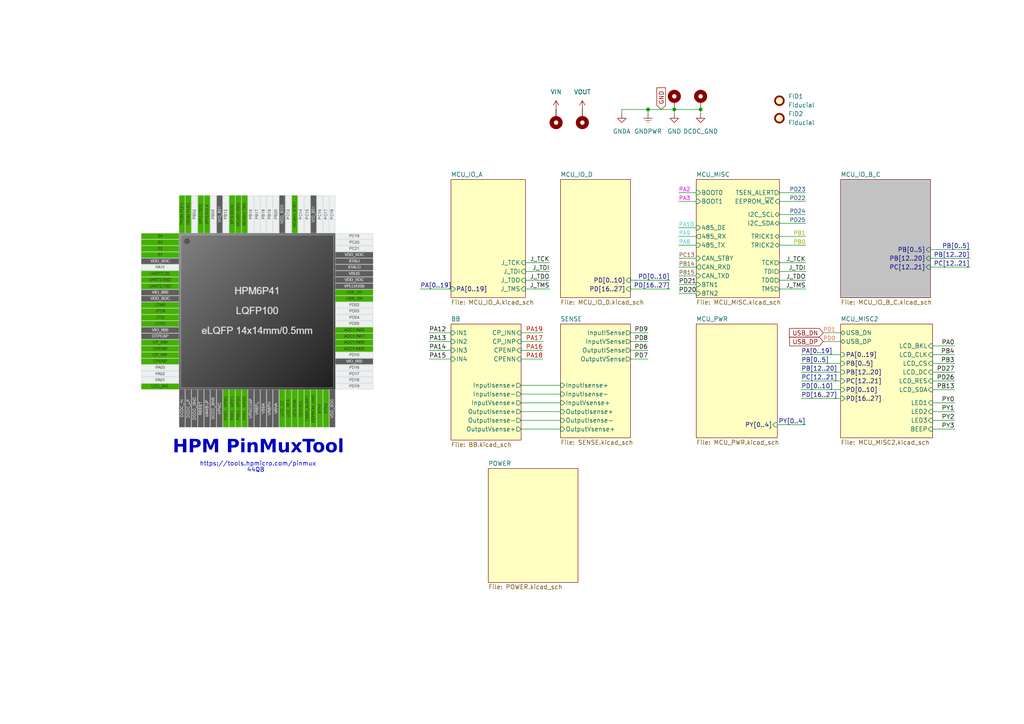
<source format=kicad_sch>
(kicad_sch (version 20250114) (generator "eeschema") (generator_version "9.0")
  (paper "A4")
  (title_block (title "HPM6P41_BuckBoost") (date "2025-05-05") (rev "4") (company "Author: Alipay"))
  (lib_symbols
    (symbol "Mechanical:Fiducial" (in_bom no)
      (property "Reference" "FID" (at 0 5.08 0))
      (property "Value" "Fiducial" (at 0 3.175 0))
      (symbol "Fiducial_0_1"
        (circle (center 0 0) (radius 1.27) (stroke (width 0.508)) (fill (type background)))
      )
    )
    (symbol "Mechanical:MountingHole_Pad" (pin_numbers (hide yes)) (pin_names (offset 1.016) (hide yes)) (in_bom no)
      (property "Reference" "H" (at 0 6.35 0))
      (property "Value" "MountingHole_Pad" (at 0 4.445 0))
      (symbol "MountingHole_Pad_0_1"
        (circle (center 0 1.27) (radius 1.27) (stroke (width 1.27)))
      )
      (symbol "MountingHole_Pad_1_1"
        (pin input line (at 0 -2.54 90) (length 2.54) (name "1") (number "1"))
      )
    )
    (symbol "power:GND" (power) (pin_numbers (hide yes)) (pin_names (offset 0) (hide yes))
      (property "Value" "GND" (at 0 -3.81 0))
      (symbol "GND_0_1"
        (polyline (pts (xy 0 0) (xy 0 -1.27) (xy 1.27 -1.27) (xy 0 -2.54) (xy -1.27 -1.27) (xy 0 -1.27)))
      )
      (symbol "GND_1_1"
        (pin power_in line (at 0 0 270) (length 0) (name "~") (number "1"))
      )
    )
    (symbol "power:GNDREF" (power) (pin_numbers (hide yes)) (pin_names (offset 0) (hide yes))
      (property "Value" "GNDREF" (at 0 -3.81 0))
      (symbol "GNDREF_0_1"
        (polyline (pts (xy -0.635 -1.905) (xy 0.635 -1.905)))
        (polyline (pts (xy -0.127 -2.54) (xy 0.127 -2.54)))
        (polyline (pts (xy 0 -1.27) (xy 0 0)))
        (polyline (pts (xy 1.27 -1.27) (xy -1.27 -1.27)))
      )
      (symbol "GNDREF_1_1"
        (pin power_in line (at 0 0 270) (length 0) (name "~") (number "1"))
      )
    )
    (symbol "power:VBUS" (power) (pin_numbers (hide yes)) (pin_names (offset 0) (hide yes))
      (property "Value" "VBUS" (at 0 3.556 0))
      (symbol "VBUS_0_1"
        (polyline (pts (xy -0.762 1.27) (xy 0 2.54)))
        (polyline (pts (xy 0 2.54) (xy 0.762 1.27)))
        (polyline (pts (xy 0 0) (xy 0 2.54)))
      )
      (symbol "VBUS_1_1"
        (pin power_in line (at 0 0 90) (length 0) (name "~") (number "1"))
      )
    )
  )
  (text "44QB" (at 74.168 136.398 0) (effects (font (size 1.27 1.27))))
  (text "https://tools.hpmicro.com/pinmux" (at 74.803 134.62 0) (effects (font (size 1.27 1.27))))
  (text "HPM PinMuxTool" (at 74.93 130.81 0) (effects (font (size 3.81 3.81))))
  (junction (at 195.58 31.75))
  (junction (at 187.96 31.75))
  (junction (at 203.2 31.75))
  (wire (pts (xy 124.46 104.14) (xy 130.81 104.14)))
  (wire (pts (xy 243.84 99.06) (xy 238.76 99.06)))
  (wire (pts (xy 226.06 64.77) (xy 233.68 64.77)))
  (wire (pts (xy 195.58 33.02) (xy 195.58 31.75)))
  (wire (pts (xy 243.84 113.03) (xy 232.41 113.03)))
  (wire (pts (xy 201.93 80.01) (xy 196.85 80.01)))
  (wire (pts (xy 196.85 85.09) (xy 201.93 85.09)))
  (wire (pts (xy 124.46 96.52) (xy 130.81 96.52)))
  (wire (pts (xy 182.88 101.6) (xy 187.96 101.6)))
  (wire (pts (xy 270.51 124.46) (xy 276.86 124.46)))
  (wire (pts (xy 201.93 66.04) (xy 196.85 66.04)))
  (wire (pts (xy 182.88 83.82) (xy 194.31 83.82)))
  (wire (pts (xy 233.68 68.58) (xy 226.06 68.58)))
  (wire (pts (xy 151.13 114.3) (xy 162.56 114.3)))
  (wire (pts (xy 270.51 116.84) (xy 276.86 116.84)))
  (wire (pts (xy 226.06 58.42) (xy 233.68 58.42)))
  (wire (pts (xy 233.68 71.12) (xy 226.06 71.12)))
  (wire (pts (xy 232.41 102.87) (xy 243.84 102.87)))
  (wire (pts (xy 232.41 105.41) (xy 243.84 105.41)))
  (wire (pts (xy 270.51 100.33) (xy 276.86 100.33)))
  (wire (pts (xy 151.13 121.92) (xy 162.56 121.92)))
  (wire (pts (xy 157.48 99.06) (xy 151.13 99.06)))
  (wire (pts (xy 159.385 78.74) (xy 152.4 78.74)))
  (wire (pts (xy 157.48 96.52) (xy 151.13 96.52)))
  (wire (pts (xy 270.51 119.38) (xy 276.86 119.38)))
  (wire (pts (xy 151.13 116.84) (xy 162.56 116.84)))
  (wire (pts (xy 159.385 81.28) (xy 152.4 81.28)))
  (wire (pts (xy 281.305 74.93) (xy 269.875 74.93)))
  (wire (pts (xy 159.385 83.82) (xy 152.4 83.82)))
  (wire (pts (xy 201.93 55.88) (xy 196.85 55.88)))
  (wire (pts (xy 182.88 99.06) (xy 187.96 99.06)))
  (wire (pts (xy 187.96 33.02) (xy 187.96 31.75)))
  (wire (pts (xy 270.51 121.92) (xy 276.86 121.92)))
  (wire (pts (xy 276.86 105.41) (xy 270.51 105.41)))
  (wire (pts (xy 121.92 83.82) (xy 130.81 83.82)))
  (wire (pts (xy 203.2 31.75) (xy 203.2 33.02)))
  (wire (pts (xy 201.93 58.42) (xy 196.85 58.42)))
  (wire (pts (xy 157.48 101.6) (xy 151.13 101.6)))
  (wire (pts (xy 182.88 104.14) (xy 187.96 104.14)))
  (wire (pts (xy 182.88 96.52) (xy 187.96 96.52)))
  (wire (pts (xy 201.93 74.93) (xy 196.85 74.93)))
  (wire (pts (xy 182.88 81.28) (xy 194.31 81.28)))
  (wire (pts (xy 159.385 76.2) (xy 152.4 76.2)))
  (wire (pts (xy 233.68 123.19) (xy 225.425 123.19)))
  (wire (pts (xy 270.51 107.95) (xy 276.86 107.95)))
  (wire (pts (xy 281.305 77.47) (xy 269.875 77.47)))
  (wire (pts (xy 201.93 77.47) (xy 196.85 77.47)))
  (wire (pts (xy 233.68 81.28) (xy 226.06 81.28)))
  (wire (pts (xy 233.68 62.23) (xy 226.06 62.23)))
  (wire (pts (xy 180.34 33.02) (xy 180.34 31.75)))
  (wire (pts (xy 151.13 124.46) (xy 162.56 124.46)))
  (wire (pts (xy 124.46 101.6) (xy 130.81 101.6)))
  (wire (pts (xy 151.13 111.76) (xy 162.56 111.76)))
  (wire (pts (xy 201.93 71.12) (xy 196.85 71.12)))
  (wire (pts (xy 233.68 83.82) (xy 226.06 83.82)))
  (wire (pts (xy 196.85 82.55) (xy 201.93 82.55)))
  (wire (pts (xy 276.86 102.87) (xy 270.51 102.87)))
  (wire (pts (xy 232.41 107.95) (xy 243.84 107.95)))
  (wire (pts (xy 270.51 110.49) (xy 276.86 110.49)))
  (wire (pts (xy 187.96 31.75) (xy 195.58 31.75)))
  (wire (pts (xy 232.41 110.49) (xy 243.84 110.49)))
  (wire (pts (xy 201.93 68.58) (xy 196.85 68.58)))
  (wire (pts (xy 226.06 55.88) (xy 233.68 55.88)))
  (wire (pts (xy 157.48 104.14) (xy 151.13 104.14)))
  (wire (pts (xy 270.51 113.03) (xy 276.86 113.03)))
  (wire (pts (xy 233.68 78.74) (xy 226.06 78.74)))
  (wire (pts (xy 151.13 119.38) (xy 162.56 119.38)))
  (wire (pts (xy 180.34 31.75) (xy 187.96 31.75)))
  (wire (pts (xy 195.58 31.75) (xy 203.2 31.75)))
  (wire (pts (xy 124.46 99.06) (xy 130.81 99.06)))
  (wire (pts (xy 233.68 76.2) (xy 226.06 76.2)))
  (wire (pts (xy 243.84 115.57) (xy 232.41 115.57)))
  (wire (pts (xy 243.84 96.52) (xy 238.76 96.52)))
  (wire (pts (xy 281.305 72.39) (xy 269.875 72.39)))
  (image (at 75.565 90.805))
  (label "PA10" (at 196.85 66.04 0) (effects (font (size 1.15 1.15))))
  (label "PB13" (at 276.86 113.03 180))
  (label "J_TDO" (at 159.385 81.28 180))
  (label "PD21" (at 196.85 82.55 0))
  (label "PD[0..10]" (at 194.31 81.28 180))
  (label "PB[0..5]" (at 232.41 105.41 0))
  (label "PA16" (at 157.48 101.6 180))
  (label "PA8" (at 196.85 71.12 0) (effects (font (size 1.15 1.15))))
  (label "PD26" (at 276.86 110.49 180))
  (label "PD22" (at 233.68 58.42 180) (effects (font (size 1.15 1.15))))
  (label "PD1" (at 238.76 96.52 0) (effects (font (size 1.15 1.15))))
  (label "PD8" (at 187.96 99.06 180))
  (label "PD24" (at 233.68 62.23 180) (effects (font (size 1.15 1.15))))
  (label "PC13" (at 196.85 74.93 0) (effects (font (size 1.15 1.15))))
  (label "J_TCK" (at 159.385 76.2 180))
  (label "PA3" (at 196.85 58.42 0) (effects (font (size 1.15 1.15))))
  (label "PD0" (at 238.76 99.06 0) (effects (font (size 1.15 1.15))))
  (label "PB[12..20]" (at 281.305 74.93 180))
  (label "PA13" (at 124.46 99.06 0))
  (label "PD6" (at 187.96 101.6 180))
  (label "PA12" (at 124.46 96.52 0))
  (label "PD27" (at 276.86 107.95 180))
  (label "PD[16..27]" (at 194.31 83.82 180))
  (label "PA17" (at 157.48 99.06 180))
  (label "PY0" (at 276.86 116.84 180))
  (label "J_TMS" (at 233.68 83.82 180))
  (label "PA15" (at 124.46 104.14 0))
  (label "J_TDI" (at 159.385 78.74 180))
  (label "PC[12..21]" (at 281.305 77.47 180))
  (label "PA[0..19]" (at 232.41 102.87 0))
  (label "PB0" (at 233.68 71.12 180) (effects (font (size 1.15 1.15))))
  (label "PA19" (at 157.48 96.52 180))
  (label "PB[12..20]" (at 232.41 107.95 0))
  (label "PY3" (at 276.86 124.46 180))
  (label "J_TDI" (at 233.68 78.74 180))
  (label "PD20" (at 196.85 85.09 0))
  (label "PY2" (at 276.86 121.92 180))
  (label "PB3" (at 276.86 105.41 180))
  (label "PB15" (at 196.85 80.01 0) (effects (font (size 1.15 1.15))))
  (label "PD[0..10]" (at 232.41 113.03 0))
  (label "PD7" (at 187.96 104.14 180))
  (label "PA9" (at 196.85 68.58 0) (effects (font (size 1.15 1.15))))
  (label "PA18" (at 157.48 104.14 180))
  (label "PB[0..5]" (at 281.305 72.39 180))
  (label "PA[0..19]" (at 121.92 83.82 0))
  (label "J_TCK" (at 233.68 76.2 180))
  (label "PD9" (at 187.96 96.52 180))
  (label "PD25" (at 233.68 64.77 180) (effects (font (size 1.15 1.15))))
  (label "PY1" (at 276.86 119.38 180))
  (label "PA14" (at 124.46 101.6 0))
  (label "PB1" (at 233.68 68.58 180) (effects (font (size 1.15 1.15))))
  (label "J_TDO" (at 233.68 81.28 180))
  (label "PC[12..21]" (at 232.41 110.49 0))
  (label "PY[0..4]" (at 233.68 123.19 180))
  (label "PB4" (at 276.86 102.87 180))
  (label "PD[16..27]" (at 232.41 115.57 0))
  (label "J_TMS" (at 159.385 83.82 180))
  (label "PB14" (at 196.85 77.47 0) (effects (font (size 1.15 1.15))))
  (label "PA2" (at 196.85 55.88 0) (effects (font (size 1.15 1.15))))
  (label "PD23" (at 233.68 55.88 180) (effects (font (size 1.15 1.15))))
  (label "PA0" (at 276.86 100.33 180))
  (global_label "USB_DP" (shape input) (at 238.76 99.06 180) (property "Intersheetrefs" "${INTERSHEET_REFS}" (effects (hide yes))))
  (global_label "GND" (shape input) (at 191.77 31.75 90) (property "Intersheetrefs" "${INTERSHEET_REFS}" (effects (hide yes))))
  (global_label "USB_DN" (shape input) (at 238.76 96.52 180) (property "Intersheetrefs" "${INTERSHEET_REFS}" (effects (hide yes))))
  (symbol (lib_id "power:GND") (at 195.58 33.02 0) (unit 1)
    (property "Reference" "#PWR03" (effects (hide yes)))
    (property "Value" "GND" (at 195.58 38.1 0))
    (property "Description" "Power symbol creates a global label with name \"GND\" , ground" (effects (hide yes)))
  )
  (symbol (lib_id "Mechanical:MountingHole_Pad") (at 203.2 29.21 0) (unit 1) (in_bom no)
    (property "Reference" "H1" (effects (hide yes)))
    (property "Value" "MountingHole_Pad" (effects (hide yes)))
    (property "Footprint" "MountingHole:MountingHole_3.2mm_M3_Pad_Via" (effects (hide yes)))
    (property "Description" "Mounting Hole with connection" (effects (hide yes)))
  )
  (symbol (lib_id "power:GND") (at 180.34 33.02 0) (mirror y) (unit 1)
    (property "Reference" "#PWR01" (effects (hide yes)))
    (property "Value" "GNDA" (at 180.34 38.1 0))
    (property "Description" "Power symbol creates a global label with name \"GND\" , ground" (effects (hide yes)))
  )
  (symbol (lib_id "Mechanical:MountingHole_Pad") (at 168.91 34.29 180) (unit 1) (in_bom no)
    (property "Reference" "H3" (effects (hide yes)))
    (property "Value" "MountingHole_Pad" (effects (hide yes)))
    (property "Footprint" "MountingHole:MountingHole_3.2mm_M3_Pad_Via" (effects (hide yes)))
    (property "Description" "Mounting Hole with connection" (effects (hide yes)))
  )
  (symbol (lib_id "Mechanical:Fiducial") (at 226.06 34.29 0) (unit 1) (in_bom no)
    (property "Reference" "FID2" (at 228.6 33.0199 0) (effects (justify left)))
    (property "Value" "Fiducial" (at 228.6 35.5599 0) (effects (justify left)))
    (property "Footprint" "Fiducial:Fiducial_0.5mm_Mask1mm" (effects (hide yes)))
    (property "Description" "Fiducial Marker" (effects (hide yes)))
  )
  (symbol (lib_id "Mechanical:Fiducial") (at 226.06 29.21 0) (unit 1) (in_bom no)
    (property "Reference" "FID1" (at 228.6 27.9399 0) (effects (justify left)))
    (property "Value" "Fiducial" (at 228.6 30.4799 0) (effects (justify left)))
    (property "Footprint" "Fiducial:Fiducial_0.5mm_Mask1mm" (effects (hide yes)))
    (property "Description" "Fiducial Marker" (effects (hide yes)))
  )
  (symbol (lib_id "Mechanical:MountingHole_Pad") (at 161.29 34.29 180) (unit 1) (in_bom no)
    (property "Reference" "H4" (effects (hide yes)))
    (property "Value" "MountingHole_Pad" (effects (hide yes)))
    (property "Footprint" "MountingHole:MountingHole_3.2mm_M3_Pad_Via" (effects (hide yes)))
    (property "Description" "Mounting Hole with connection" (effects (hide yes)))
  )
  (symbol (lib_id "power:GNDREF") (at 187.96 33.02 0) (unit 1)
    (property "Reference" "#PWR02" (effects (hide yes)))
    (property "Value" "GNDPWR" (at 187.96 38.1 0))
    (property "Description" "Power symbol creates a global label with name \"GNDREF\" , reference supply ground" (effects (hide yes)))
  )
  (symbol (lib_id "Mechanical:MountingHole_Pad") (at 195.58 29.21 0) (unit 1) (in_bom no)
    (property "Reference" "H2" (effects (hide yes)))
    (property "Value" "MountingHole_Pad" (effects (hide yes)))
    (property "Footprint" "MountingHole:MountingHole_3.2mm_M3_Pad_Via" (effects (hide yes)))
    (property "Description" "Mounting Hole with connection" (effects (hide yes)))
  )
  (symbol (lib_id "power:VBUS") (at 168.91 31.75 0) (unit 1)
    (property "Reference" "#PWR0165" (effects (hide yes)))
    (property "Value" "VOUT" (at 168.91 26.67 0))
    (property "Description" "Power symbol creates a global label with name \"VBUS\"" (effects (hide yes)))
  )
  (symbol (lib_id "power:VBUS") (at 161.29 31.75 0) (unit 1)
    (property "Reference" "#PWR0164" (effects (hide yes)))
    (property "Value" "VIN" (at 161.29 26.67 0))
    (property "Description" "Power symbol creates a global label with name \"VBUS\"" (effects (hide yes)))
  )
  (symbol (lib_id "power:GND") (at 203.2 33.02 0) (unit 1)
    (property "Reference" "#PWR04" (effects (hide yes)))
    (property "Value" "DCDC_GND" (at 203.2 38.1 0))
    (property "Description" "Power symbol creates a global label with name \"GND\" , ground" (effects (hide yes)))
  )
  (sheet (at 243.84 52.07) (size 26.035 34.29) (stroke (width 0.1524)) (fill (color 194 194 194 1.0000))
    (property "Sheetname" "MCU_IO_B_C" (at 243.84 51.3584 0) (effects (justify left bottom)))
    (property "Sheetfile" "MCU_IO_B_C.kicad_sch" (at 243.84 86.9446 0) (effects (justify left top)))
    (pin "PB[0..5]" input (at 269.875 72.39 0))
    (pin "PB[12..20]" input (at 269.875 74.93 0))
    (pin "PC[12..21]" input (at 269.875 77.47 0))
  )
  (sheet (at 130.81 52.07) (size 21.59 34.29) (stroke (width 0.1524)) (fill (color 255 255 194 1.0000))
    (property "Sheetname" "MCU_IO_A" (at 130.81 51.3584 0) (effects (justify left bottom)))
    (property "Sheetfile" "MCU_IO_A.kicad_sch" (at 130.81 86.9446 0) (effects (justify left top)))
    (pin "J_TCK" input (at 152.4 76.2 0))
    (pin "J_TDI" input (at 152.4 78.74 0))
    (pin "J_TDO" input (at 152.4 81.28 0))
    (pin "J_TMS" input (at 152.4 83.82 0))
    (pin "PA[0..19]" input (at 130.81 83.82 180))
  )
  (sheet (at 162.56 52.07) (size 20.32 34.29) (stroke (width 0.1524)) (fill (color 255 255 194 1.0000))
    (property "Sheetname" "MCU_IO_D" (at 162.56 51.3584 0) (effects (justify left bottom)))
    (property "Sheetfile" "MCU_IO_D.kicad_sch" (at 162.56 86.9446 0) (effects (justify left top)))
    (pin "PD[0..10]" input (at 182.88 81.28 0))
    (pin "PD[16..27]" input (at 182.88 83.82 0))
  )
  (sheet (at 201.93 52.07) (size 24.13 34.29) (stroke (width 0.1524)) (fill (color 255 255 194 1.0000))
    (property "Sheetname" "MCU_MISC" (at 201.93 51.3584 0) (effects (justify left bottom)))
    (property "Sheetfile" "MCU_MISC.kicad_sch" (at 201.93 86.9446 0) (effects (justify left top)))
    (pin "BOOT0" input (at 201.93 55.88 180))
    (pin "BOOT1" input (at 201.93 58.42 180))
    (pin "485_DE" input (at 201.93 66.04 180))
    (pin "485_RX" output (at 201.93 68.58 180))
    (pin "485_TX" input (at 201.93 71.12 180))
    (pin "CAN_RXD" output (at 201.93 77.47 180))
    (pin "CAN_STBY" input (at 201.93 74.93 180))
    (pin "CAN_TXD" input (at 201.93 80.01 180))
    (pin "TCK" output (at 226.06 76.2 0))
    (pin "TDI" output (at 226.06 78.74 0))
    (pin "TDO" output (at 226.06 81.28 0))
    (pin "TMS" output (at 226.06 83.82 0))
    (pin "EEPROM_~{WC}" input (at 226.06 58.42 0))
    (pin "I2C_SCL" bidirectional (at 226.06 62.23 0))
    (pin "I2C_SDA" bidirectional (at 226.06 64.77 0))
    (pin "TSEN_ALERT" output (at 226.06 55.88 0))
    (pin "TRICK1" bidirectional (at 226.06 68.58 0))
    (pin "TRICK2" bidirectional (at 226.06 71.12 0))
    (pin "BTN1" input (at 201.93 82.55 180))
    (pin "BTN2" input (at 201.93 85.09 180))
  )
  (sheet (at 243.84 93.98) (size 26.67 33.02) (stroke (width 0.1524)) (fill (color 255 255 194 1.0000))
    (property "Sheetname" "MCU_MISC2" (at 243.84 93.2684 0) (effects (justify left bottom)))
    (property "Sheetfile" "MCU_MISC2.kicad_sch" (at 243.84 127.5846 0) (effects (justify left top)))
    (pin "USB_DN" bidirectional (at 243.84 96.52 180))
    (pin "USB_DP" bidirectional (at 243.84 99.06 180))
    (pin "PA[0..19]" input (at 243.84 102.87 180))
    (pin "PB[0..5]" input (at 243.84 105.41 180))
    (pin "PB[12..20]" input (at 243.84 107.95 180))
    (pin "PC[12..21]" input (at 243.84 110.49 180))
    (pin "PD[0..10]" input (at 243.84 113.03 180))
    (pin "PD[16..27]" input (at 243.84 115.57 180))
    (pin "LCD_CLK" input (at 270.51 102.87 0))
    (pin "LCD_CS" input (at 270.51 105.41 0))
    (pin "LCD_DC" input (at 270.51 107.95 0))
    (pin "LCD_RES" input (at 270.51 110.49 0))
    (pin "LCD_SDA" input (at 270.51 113.03 0))
    (pin "LCD_BKL" input (at 270.51 100.33 0))
    (pin "LED1" input (at 270.51 116.84 0))
    (pin "LED2" input (at 270.51 119.38 0))
    (pin "LED3" input (at 270.51 121.92 0))
    (pin "BEEP" input (at 270.51 124.46 0))
  )
  (sheet (at 130.81 93.98) (size 20.32 33.655) (stroke (width 0.1524)) (fill (color 255 255 194 1.0000))
    (property "Sheetname" "BB" (at 130.81 93.2684 0) (effects (justify left bottom)))
    (property "Sheetfile" "BB.kicad_sch" (at 130.81 128.2196 0) (effects (justify left top)))
    (pin "IN3" input (at 130.81 101.6 180))
    (pin "IN4" input (at 130.81 104.14 180))
    (pin "IN2" input (at 130.81 99.06 180))
    (pin "IN1" input (at 130.81 96.52 180))
    (pin "InputIsense+" output (at 151.13 111.76 0))
    (pin "InputIsense-" output (at 151.13 114.3 0))
    (pin "InputVsense+" output (at 151.13 116.84 0))
    (pin "OutputIsense+" output (at 151.13 119.38 0))
    (pin "OutputIsense-" output (at 151.13 121.92 0))
    (pin "OutputVsense+" output (at 151.13 124.46 0))
    (pin "CP_INN" input (at 151.13 96.52 0))
    (pin "CP_INP" input (at 151.13 99.06 0))
    (pin "CPENN" input (at 151.13 104.14 0))
    (pin "CPENP" input (at 151.13 101.6 0))
  )
  (sheet (at 141.605 135.89) (size 26.035 33.02) (stroke (width 0.1524)) (fill (color 255 255 194 1.0000))
    (property "Sheetname" "POWER" (at 141.605 135.1784 0) (effects (justify left bottom)))
    (property "Sheetfile" "POWER.kicad_sch" (at 141.605 169.4946 0) (effects (justify left top)))
  )
  (sheet (at 162.56 93.98) (size 20.32 33.02) (stroke (width 0.1524)) (fill (color 255 255 194 1.0000))
    (property "Sheetname" "SENSE" (at 162.56 93.2684 0) (effects (justify left bottom)))
    (property "Sheetfile" "SENSE.kicad_sch" (at 162.56 127.5846 0) (effects (justify left top)))
    (pin "InputISense" output (at 182.88 96.52 0))
    (pin "InputIsense+" input (at 162.56 111.76 180))
    (pin "InputIsense-" input (at 162.56 114.3 180))
    (pin "InputVSense" output (at 182.88 99.06 0))
    (pin "InputVsense+" input (at 162.56 116.84 180))
    (pin "OutputISense" output (at 182.88 101.6 0))
    (pin "OutputIsense+" input (at 162.56 119.38 180))
    (pin "OutputIsense-" input (at 162.56 121.92 180))
    (pin "OutputVSense" output (at 182.88 104.14 0))
    (pin "OutputVsense+" input (at 162.56 124.46 180))
  )
  (sheet (at 201.93 93.98) (size 23.495 33.02) (stroke (width 0.1524)) (fill (color 255 255 194 1.0000))
    (property "Sheetname" "MCU_PWR" (at 201.93 93.2684 0) (effects (justify left bottom)))
    (property "Sheetfile" "MCU_PWR.kicad_sch" (at 201.93 127.5846 0) (effects (justify left top)))
    (pin "PY[0..4]" input (at 225.425 123.19 0))
  )
)
</source>
